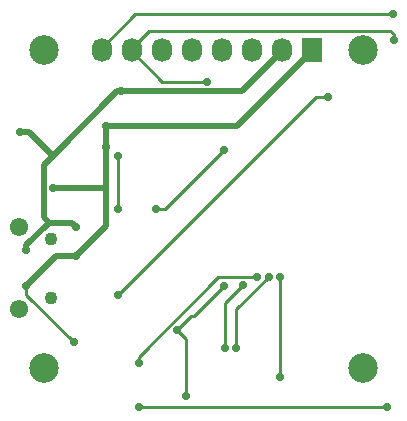
<source format=gbr>
G04 #@! TF.FileFunction,Copper,L2,Bot,Signal*
%FSLAX46Y46*%
G04 Gerber Fmt 4.6, Leading zero omitted, Abs format (unit mm)*
G04 Created by KiCad (PCBNEW 4.0.0-rc2-stable) date Mon 16 Nov 2015 06:25:23 AM PST*
%MOMM*%
G01*
G04 APERTURE LIST*
%ADD10C,0.100000*%
%ADD11R,1.727200X2.032000*%
%ADD12O,1.727200X2.032000*%
%ADD13C,2.500000*%
%ADD14C,1.100000*%
%ADD15C,1.550000*%
%ADD16C,0.700000*%
%ADD17C,0.500000*%
%ADD18C,0.250000*%
G04 APERTURE END LIST*
D10*
D11*
X122660000Y-50000000D03*
D12*
X120120000Y-50000000D03*
X117580000Y-50000000D03*
X115040000Y-50000000D03*
X112500000Y-50000000D03*
X109960000Y-50000000D03*
X107420000Y-50000000D03*
X104880000Y-50000000D03*
D13*
X100000000Y-50000000D03*
X127000000Y-50000000D03*
X100000000Y-77000000D03*
X127000000Y-77000000D03*
D14*
X100562540Y-65999100D03*
X100562540Y-70999100D03*
D15*
X97862540Y-64999100D03*
X97862540Y-71999100D03*
D16*
X97977816Y-56953761D03*
X106500000Y-53550001D03*
X98500000Y-67000000D03*
X102687560Y-65000000D03*
X111250000Y-73750000D03*
X102500000Y-74750000D03*
X100750000Y-61750000D03*
X112000000Y-79350000D03*
X115250000Y-70000000D03*
X105250000Y-58250000D03*
X105250000Y-56500000D03*
X98500000Y-70000000D03*
X102687560Y-67500000D03*
X115250000Y-58500000D03*
X109500000Y-63500000D03*
X108000000Y-80250000D03*
X129000000Y-80250000D03*
X108000000Y-76500000D03*
X118000000Y-69250000D03*
X129600000Y-49200000D03*
X113750000Y-52749981D03*
X129500000Y-47000000D03*
X106250000Y-59000000D03*
X106250000Y-63500000D03*
X120000000Y-69250000D03*
X120000000Y-77750000D03*
X115349987Y-75250000D03*
X116850021Y-69925020D03*
X106250000Y-70750000D03*
X124000000Y-54000000D03*
X116250000Y-75250000D03*
X119000000Y-69250000D03*
D17*
X106994974Y-53550001D02*
X106500000Y-53550001D01*
X120120000Y-50152400D02*
X116722399Y-53550001D01*
X120120000Y-50000000D02*
X120120000Y-50152400D01*
X116722399Y-53550001D02*
X106994974Y-53550001D01*
X98472790Y-56953761D02*
X97977816Y-56953761D01*
X100750000Y-59000000D02*
X98703761Y-56953761D01*
X98703761Y-56953761D02*
X98472790Y-56953761D01*
X106500000Y-53550001D02*
X106199999Y-53550001D01*
X106199999Y-53550001D02*
X100750000Y-59000000D01*
X100750000Y-59000000D02*
X99949999Y-59800001D01*
X99949999Y-64168363D02*
X100431637Y-64650001D01*
X99949999Y-59800001D02*
X99949999Y-64168363D01*
X102687560Y-65000000D02*
X102337561Y-64650001D01*
X100431637Y-64650001D02*
X98500000Y-66581638D01*
X102337561Y-64650001D02*
X100431637Y-64650001D01*
X98500000Y-66581638D02*
X98500000Y-67000000D01*
D18*
X112650000Y-72600000D02*
X112400000Y-72600000D01*
X112400000Y-72600000D02*
X111250000Y-73750000D01*
X115250000Y-70000000D02*
X112650000Y-72600000D01*
X111250000Y-73750000D02*
X112000000Y-74500000D01*
X112000000Y-74500000D02*
X112000000Y-79350000D01*
X102500000Y-74750000D02*
X98500000Y-70750000D01*
X98500000Y-70750000D02*
X98500000Y-70000000D01*
D17*
X105250000Y-59750000D02*
X105250000Y-61750000D01*
X105250000Y-61750000D02*
X105250000Y-64937560D01*
X100750000Y-61750000D02*
X105250000Y-61750000D01*
X122660000Y-50000000D02*
X122660000Y-50152400D01*
X122660000Y-50152400D02*
X116312400Y-56500000D01*
X116312400Y-56500000D02*
X105744974Y-56500000D01*
X105744974Y-56500000D02*
X105250000Y-56500000D01*
X105250000Y-58250000D02*
X105250000Y-59750000D01*
X105250000Y-56500000D02*
X105250000Y-58250000D01*
X105250000Y-64937560D02*
X102687560Y-67500000D01*
X102687560Y-67500000D02*
X101000000Y-67500000D01*
X101000000Y-67500000D02*
X98500000Y-70000000D01*
D18*
X109500000Y-63500000D02*
X110250000Y-63500000D01*
X110250000Y-63500000D02*
X115250000Y-58500000D01*
X129000000Y-80250000D02*
X108000000Y-80250000D01*
X108000000Y-76005026D02*
X108000000Y-76500000D01*
X114755026Y-69250000D02*
X108000000Y-76005026D01*
X118000000Y-69250000D02*
X114755026Y-69250000D01*
X129600000Y-49200000D02*
X129600000Y-48705026D01*
X129319973Y-48424999D02*
X108842601Y-48424999D01*
X129600000Y-48705026D02*
X129319973Y-48424999D01*
X108842601Y-48424999D02*
X107420000Y-49847600D01*
X107420000Y-49847600D02*
X107420000Y-50000000D01*
X110017581Y-52749981D02*
X113255026Y-52749981D01*
X113255026Y-52749981D02*
X113750000Y-52749981D01*
X107420000Y-50152400D02*
X110017581Y-52749981D01*
X107420000Y-50000000D02*
X107420000Y-50152400D01*
X129500000Y-47000000D02*
X107727600Y-47000000D01*
X107727600Y-47000000D02*
X104880000Y-49847600D01*
X104880000Y-49847600D02*
X104880000Y-50000000D01*
X106250000Y-63500000D02*
X106250000Y-59000000D01*
X120000000Y-69250000D02*
X120000000Y-77750000D01*
X115349987Y-74755026D02*
X115349987Y-75250000D01*
X115349987Y-71425054D02*
X115349987Y-74755026D01*
X116850021Y-69925020D02*
X115349987Y-71425054D01*
X124000000Y-54000000D02*
X123000000Y-54000000D01*
X123000000Y-54000000D02*
X106250000Y-70750000D01*
X119000000Y-69250000D02*
X116250000Y-72000000D01*
X116250000Y-72000000D02*
X116250000Y-75250000D01*
M02*

</source>
